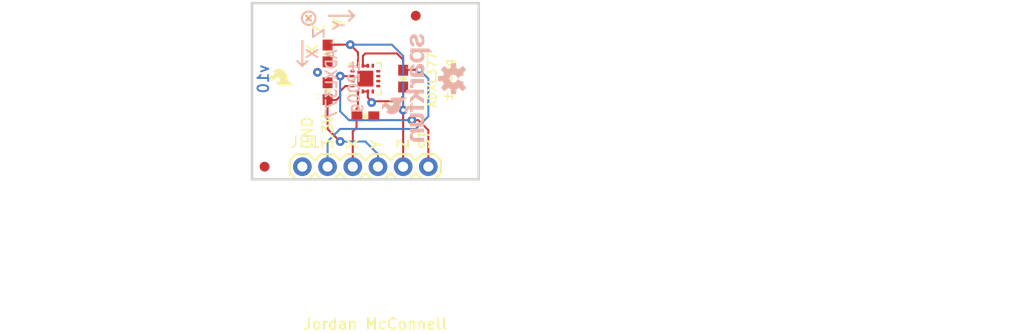
<source format=kicad_pcb>
(kicad_pcb (version 20211014) (generator pcbnew)
  (layers (0 "F.Cu" signal) (31 "B.Cu" signal) (34 "B.Paste" user) (35 "F.Paste" user) (36 "B.SilkS" user "B.Silkscreen") (37 "F.SilkS" user "F.Silkscreen") (38 "B.Mask" user) (39 "F.Mask" user) (44 "Edge.Cuts" user))
  (net 0 "")
  (net 1 "3.3V")
  (net 2 "GND")
  (net 3 "ST")
  (net 4 "X")
  (net 5 "Y")
  (net 6 "Z")
  (footprint "boardEagle:FIDUCIAL-1X2" (layer "F.Cu") (at 153.5811 97.3836)
    (fp_text reference "FID1" hide)
    (fp_text value "FIDUCIAL1X2" hide)
    (pad "1" smd roundrect (at 0 0) (size 1 1) (layers "F.Cu" "F.Mask") (roundrect_rratio 0.5))
  )
  (footprint "boardEagle:0603-CAP" (layer "F.Cu") (at 144.6911 101.1936 -90)
    (fp_text reference "C3" (at -0.889 -0.762 -90) (layer "F.SilkS") (effects (font (size 0.373888 0.373888) (thickness 0.032512)) (justify left bottom)))
    (fp_text value "10nF")
    (fp_line (start 0 -0.0305) (end 0 0.0305) (layer "F.SilkS") (width 0.5588))
    (pad "1" smd rect (at -0.85 0 270) (size 1.1 1) (layers "F.Cu" "F.Paste" "F.Mask") (net 6 "Z"))
    (pad "2" smd rect (at 0.85 0 270) (size 1.1 1) (layers "F.Cu" "F.Paste" "F.Mask") (net 2 "GND"))
  )
  (footprint "boardEagle:STAND-OFF" (layer "F.Cu") (at 139.6111 108.8136)
    (fp_text reference "STANDOFF2" hide)
    (fp_text value "STAND-OFF" hide)
    (pad "" np_thru_hole circle (at 0 0) (size 3.302 3.302) (drill 3.302) (layers *.Cu *.Mask))
  )
  (footprint "boardEagle:STAND-OFF" (layer "F.Cu") (at 139.6111 98.6536)
    (fp_text reference "STANDOFF3" hide)
    (fp_text value "STAND-OFF" hide)
    (pad "" np_thru_hole circle (at 0 0) (size 3.302 3.302) (drill 3.302) (layers *.Cu *.Mask))
  )
  (footprint "boardEagle:FIDUCIAL-1X2" (layer "F.Cu") (at 138.3411 112.6236)
    (fp_text reference "FID2" hide)
    (fp_text value "FIDUCIAL1X2" hide)
    (pad "1" smd roundrect (at 0 0) (size 1 1) (layers "F.Cu" "F.Mask") (roundrect_rratio 0.5))
  )
  (footprint "boardEagle:LFCSP_LQ-16" (layer "F.Cu") (at 148.5011 103.7336)
    (fp_text reference "U1" (at -1.15 -1.9) (layer "F.SilkS") (effects (font (size 0.373888 0.373888) (thickness 0.032512)) (justify left bottom)))
    (fp_text value "ADXL377")
    (fp_line (start 1.6 -1.6) (end 1.6 -1.1) (layer "F.SilkS") (width 0.15))
    (fp_line (start -1.6 -1.1) (end -1.6 -1.6) (layer "F.SilkS") (width 0.15))
    (fp_line (start -1.6 -1.6) (end -1.1 -1.6) (layer "F.SilkS") (width 0.15))
    (fp_line (start 1.6 1.6) (end 1.1 1.6) (layer "F.SilkS") (width 0.15))
    (fp_line (start -1.1 1.6) (end -1.6 1.6) (layer "F.SilkS") (width 0.15))
    (fp_line (start -1.6 1.6) (end -1.6 1.1) (layer "F.SilkS") (width 0.15))
    (fp_line (start 1.6 1.1) (end 1.6 1.6) (layer "F.SilkS") (width 0.15))
    (fp_line (start 1.1 -1.6) (end 1.6 -1.6) (layer "F.SilkS") (width 0.15))
    (fp_poly (pts (xy -1.6 -1.2) (xy -1.2 -1.2) (xy -1.2 -1.6) (xy -1.6 -1.6)) (layer "F.SilkS") (width 0) (fill solid))
    (pad "1" smd rect (at -1.3 -0.75) (size 0.4 0.25) (layers "F.Cu" "F.Paste" "F.Mask"))
    (pad "2" smd rect (at -1.3 -0.25) (size 0.4 0.25) (layers "F.Cu" "F.Paste" "F.Mask") (net 3 "ST"))
    (pad "3" smd rect (at -1.3 0.25) (size 0.4 0.25) (layers "F.Cu" "F.Paste" "F.Mask"))
    (pad "4" smd rect (at -1.3 0.75) (size 0.4 0.25) (layers "F.Cu" "F.Paste" "F.Mask") (net 5 "Y"))
    (pad "5" smd rect (at -0.75 1.3 90) (size 0.4 0.25) (layers "F.Cu" "F.Paste" "F.Mask") (net 4 "X"))
    (pad "6" smd rect (at -0.25 1.3 90) (size 0.4 0.25) (layers "F.Cu" "F.Paste" "F.Mask") (net 2 "GND"))
    (pad "7" smd rect (at 0.25 1.3 90) (size 0.4 0.25) (layers "F.Cu" "F.Paste" "F.Mask") (net 2 "GND"))
    (pad "8" smd rect (at 0.75 1.3 90) (size 0.4 0.25) (layers "F.Cu" "F.Paste" "F.Mask"))
    (pad "9" smd rect (at 1.3 0.75 180) (size 0.4 0.25) (layers "F.Cu" "F.Paste" "F.Mask"))
    (pad "10" smd rect (at 1.3 0.25 180) (size 0.4 0.25) (layers "F.Cu" "F.Paste" "F.Mask"))
    (pad "11" smd rect (at 1.3 -0.25 180) (size 0.4 0.25) (layers "F.Cu" "F.Paste" "F.Mask"))
    (pad "12" smd rect (at 1.3 -0.75 180) (size 0.4 0.25) (layers "F.Cu" "F.Paste" "F.Mask"))
    (pad "13" smd rect (at 0.75 -1.3 270) (size 0.4 0.25) (layers "F.Cu" "F.Paste" "F.Mask"))
    (pad "14" smd rect (at 0.25 -1.3 270) (size 0.4 0.25) (layers "F.Cu" "F.Paste" "F.Mask") (net 1 "3.3V"))
    (pad "15" smd rect (at -0.25 -1.3 270) (size 0.4 0.25) (layers "F.Cu" "F.Paste" "F.Mask") (net 1 "3.3V"))
    (pad "16" smd rect (at -0.75 -1.3 270) (size 0.4 0.25) (layers "F.Cu" "F.Paste" "F.Mask") (net 6 "Z"))
    (pad "EXP" smd rect (at 0 0) (size 1.6 1.6) (layers "F.Cu"))
  )
  (footprint "boardEagle:0603-CAP" (layer "F.Cu") (at 148.5011 107.5436)
    (fp_text reference "C1" (at -0.889 -0.762) (layer "F.SilkS") (effects (font (size 0.373888 0.373888) (thickness 0.032512)) (justify left bottom)))
    (fp_text value "10nF")
    (fp_line (start 0 -0.0305) (end 0 0.0305) (layer "F.SilkS") (width 0.5588))
    (pad "1" smd rect (at -0.85 0) (size 1.1 1) (layers "F.Cu" "F.Paste" "F.Mask") (net 4 "X"))
    (pad "2" smd rect (at 0.85 0) (size 1.1 1) (layers "F.Cu" "F.Paste" "F.Mask") (net 2 "GND"))
  )
  (footprint "boardEagle:0603-CAP" (layer "F.Cu") (at 144.6911 105.0036 90)
    (fp_text reference "C2" (at -0.889 -0.762 90) (layer "F.SilkS") (effects (font (size 0.373888 0.373888) (thickness 0.032512)) (justify left bottom)))
    (fp_text value "10nF")
    (fp_line (start 0 -0.0305) (end 0 0.0305) (layer "F.SilkS") (width 0.5588))
    (pad "1" smd rect (at -0.85 0 90) (size 1.1 1) (layers "F.Cu" "F.Paste" "F.Mask") (net 5 "Y"))
    (pad "2" smd rect (at 0.85 0 90) (size 1.1 1) (layers "F.Cu" "F.Paste" "F.Mask") (net 2 "GND"))
  )
  (footprint "boardEagle:CREATIVE_COMMONS" (layer "F.Cu") (at 131.9911 126.5936)
    (fp_text reference "FRAME1" hide)
    (fp_text value "FRAME-LETTER" hide)
  )
  (footprint "boardEagle:STAND-OFF" (layer "F.Cu") (at 157.3911 98.6536)
    (fp_text reference "STANDOFF1" hide)
    (fp_text value "STAND-OFF" hide)
    (pad "" np_thru_hole circle (at 0 0) (size 3.302 3.302) (drill 3.302) (layers *.Cu *.Mask))
  )
  (footprint "boardEagle:STAND-OFF" (layer "F.Cu") (at 157.3911 108.8136)
    (fp_text reference "STANDOFF4" hide)
    (fp_text value "STAND-OFF" hide)
    (pad "" np_thru_hole circle (at 0 0) (size 3.302 3.302) (drill 3.302) (layers *.Cu *.Mask))
  )
  (footprint "boardEagle:SFE_LOGO_FLAME_.1" (layer "F.Cu") (at 141.6431 104.7496 90)
    (fp_text reference "LOGO1" hide)
    (fp_text value "SFE_LOGO_FLAME.1_INCH" hide)
    (fp_poly (pts (xy 1.4 -2.87) (xy 1.54 -2.8) (xy 1.58 -2.77) (xy 1.59 -2.76) (xy 1.58 -2.76) (xy 1.56 -2.77) (xy 1.5 -2.77) (xy 1.46 -2.76) (xy 1.41 -2.75) (xy 1.37 -2.73) (xy 1.33 -2.7) (xy 1.31 -2.67) (xy 1.3 -2.65) (xy 1.29 -2.62) (xy 1.29 -2.56) (xy 1.3 -2.52) (xy 1.34 -2.46) (xy 1.4 -2.4) (xy 1.44 -2.37) (xy 1.47 -2.35) (xy 1.51 -2.33) (xy 1.59 -2.31) (xy 1.62 -2.31) (xy 1.65 -2.32) (xy 1.68 -2.35) (xy 1.69 -2.37) (xy 1.7 -2.4) (xy 1.7 -2.49) (xy 1.78 -2.44) (xy 1.86 -2.35) (xy 1.93 -2.24) (xy 1.98 -2.09) (xy 2.01 -1.93) (xy 2 -1.76) (xy 1.95 -1.57) (xy 1.85 -1.39) (xy 1.78 -1.3) (xy 1.7 -1.22) (xy 1.62 -1.15) (xy 1.52 -1.09) (xy 1.42 -1.05) (xy 1.31 -1.02) (xy 1.19 -1) (xy 1 -1) (xy 0.94 -0.99) (xy 0.84 -0.93) (xy 0.74 -0.83) (xy 0.62 -0.69) (xy 0.5 -0.57) (xy 0.45 -0.51) (xy 0.4 -0.46) (xy 0.37 -0.41) (xy 0.32 -0.36) (xy 0.32 -1.73) (xy 0.33 -1.81) (xy 0.35 -1.88) (xy 0.41 -1.98) (xy 0.46 -2.02) (xy 0.5 -2.05) (xy 0.55 -2.07) (xy 0.6 -2.08) (xy 0.66 -2.09) (xy 0.78 -2.09) (xy 0.82 -2.07) (xy 0.81 -2.06) (xy 0.77 -2.04) (xy 0.74 -2.03) (xy 0.68 -1.97) (xy 0.67 -1.94) (xy 0.67 -1.9) (xy 0.68 -1.87) (xy 0.7 -1.84) (xy 0.76 -1.78) (xy 0.81 -1.76) (xy 0.86 -1.75) (xy 0.94 -1.75) (xy 1.02 -1.77) (xy 1.08 -1.81) (xy 1.12 -1.86) (xy 1.14 -1.92) (xy 1.14 -1.99) (xy 1.11 -2.07) (xy 1.04 -2.14) (xy 0.96 -2.23) (xy 0.89 -2.31) (xy 0.84 -2.4) (xy 0.82 -2.49) (xy 0.82 -2.57) (xy 0.85 -2.66) (xy 0.9 -2.74) (xy 0.99 -2.81) (xy 1.1 -2.87) (xy 1.21 -2.89) (xy 1.31 -2.89)) (layer "F.SilkS") (width 0) (fill solid))
  )
  (footprint "boardEagle:1X06" (layer "F.Cu") (at 142.1511 112.6236)
    (fp_text reference "JP1" (at -1.3462 -1.8288) (layer "F.SilkS") (effects (font (size 1.143 1.143) (thickness 0.127)) (justify left bottom)))
    (fp_text value "")
    (fp_line (start 9.525 -1.27) (end 10.795 -1.27) (layer "F.SilkS") (width 0.2032))
    (fp_line (start 13.335 1.27) (end 12.065 1.27) (layer "F.SilkS") (width 0.2032))
    (fp_line (start 8.255 1.27) (end 6.985 1.27) (layer "F.SilkS") (width 0.2032))
    (fp_line (start 8.89 0.635) (end 8.255 1.27) (layer "F.SilkS") (width 0.2032))
    (fp_line (start 13.97 0.635) (end 13.335 1.27) (layer "F.SilkS") (width 0.2032))
    (fp_line (start 11.43 0.635) (end 10.795 1.27) (layer "F.SilkS") (width 0.2032))
    (fp_line (start 6.35 0.635) (end 6.985 1.27) (layer "F.SilkS") (width 0.2032))
    (fp_line (start 8.255 -1.27) (end 8.89 -0.635) (layer "F.SilkS") (width 0.2032))
    (fp_line (start 9.525 1.27) (end 8.89 0.635) (layer "F.SilkS") (width 0.2032))
    (fp_line (start 13.335 -1.27) (end 13.97 -0.635) (layer "F.SilkS") (width 0.2032))
    (fp_line (start 0.635 1.27) (end -0.635 1.27) (layer "F.SilkS") (width 0.2032))
    (fp_line (start 13.97 -0.635) (end 13.97 0.635) (layer "F.SilkS") (width 0.2032))
    (fp_line (start 6.35 0.635) (end 5.715 1.27) (layer "F.SilkS") (width 0.2032))
    (fp_line (start 1.905 1.27) (end 1.27 0.635) (layer "F.SilkS") (width 0.2032))
    (fp_line (start 3.81 0.635) (end 3.175 1.27) (layer "F.SilkS") (width 0.2032))
    (fp_line (start 10.795 -1.27) (end 11.43 -0.635) (layer "F.SilkS") (width 0.2032))
    (fp_line (start 4.445 -1.27) (end 5.715 -1.27) (layer "F.SilkS") (width 0.2032))
    (fp_line (start 8.89 -0.635) (end 9.525 -1.27) (layer "F.SilkS") (width 0.2032))
    (fp_line (start 0.635 -1.27) (end 1.27 -0.635) (layer "F.SilkS") (width 0.2032))
    (fp_line (start 12.065 -1.27) (end 13.335 -1.27) (layer "F.SilkS") (width 0.2032))
    (fp_line (start 3.175 -1.27) (end 3.81 -0.635) (layer "F.SilkS") (width 0.2032))
    (fp_line (start 4.445 1.27) (end 3.81 0.635) (layer "F.SilkS") (width 0.2032))
    (fp_line (start 1.27 0.635) (end 0.635 1.27) (layer "F.SilkS") (width 0.2032))
    (fp_line (start 3.175 1.27) (end 1.905 1.27) (layer "F.SilkS") (width 0.2032))
    (fp_line (start -1.27 -0.635) (end -1.27 0.635) (layer "F.SilkS") (width 0.2032))
    (fp_line (start 1.27 -0.635) (end 1.905 -1.27) (layer "F.SilkS") (width 0.2032))
    (fp_line (start 3.81 -0.635) (end 4.445 -1.27) (layer "F.SilkS") (width 0.2032))
    (fp_line (start 10.795 1.27) (end 9.525 1.27) (layer "F.SilkS") (width 0.2032))
    (fp_line (start -0.635 -1.27) (end -1.27 -0.635) (layer "F.SilkS") (width 0.2032))
    (fp_line (start -0.635 -1.27) (end 0.635 -1.27) (layer "F.SilkS") (width 0.2032))
    (fp_line (start 5.715 1.27) (end 4.445 1.27) (layer "F.SilkS") (width 0.2032))
    (fp_line (start 1.905 -1.27) (end 3.175 -1.27) (layer "F.SilkS") (width 0.2032))
    (fp_line (start 6.985 -1.27) (end 8.255 -1.27) (layer "F.SilkS") (width 0.2032))
    (fp_line (start -1.27 0.635) (end -0.635 1.27) (layer "F.SilkS") (width 0.2032))
    (fp_line (start 11.43 -0.635) (end 12.065 -1.27) (layer "F.SilkS") (width 0.2032))
    (fp_line (start 6.985 -1.27) (end 6.35 -0.635) (layer "F.SilkS") (width 0.2032))
    (fp_line (start 12.065 1.27) (end 11.43 0.635) (layer "F.SilkS") (width 0.2032))
    (fp_line (start 5.715 -1.27) (end 6.35 -0.635) (layer "F.SilkS") (width 0.2032))
    (pad "1" thru_hole circle (at 0 0 90) (size 1.8796 1.8796) (drill 1.016) (layers *.Cu *.Mask) (net 2 "GND"))
    (pad "2" thru_hole circle (at 2.54 0 90) (size 1.8796 1.8796) (drill 1.016) (layers *.Cu *.Mask) (net 1 "3.3V"))
    (pad "3" thru_hole circle (at 5.08 0 90) (size 1.8796 1.8796) (drill 1.016) (layers *.Cu *.Mask) (net 4 "X"))
    (pad "4" thru_hole circle (at 7.62 0 90) (size 1.8796 1.8796) (drill 1.016) (layers *.Cu *.Mask) (net 5 "Y"))
    (pad "5" thru_hole circle (at 10.16 0 90) (size 1.8796 1.8796) (drill 1.016) (layers *.Cu *.Mask) (net 6 "Z"))
    (pad "6" thru_hole circle (at 12.7 0 90) (size 1.8796 1.8796) (drill 1.016) (layers *.Cu *.Mask) (net 3 "ST"))
  )
  (footprint "boardEagle:0603-CAP" (layer "F.Cu") (at 152.3111 103.7336 -90)
    (fp_text reference "C4" (at -0.889 -0.762 -90) (layer "F.SilkS") (effects (font (size 0.373888 0.373888) (thickness 0.032512)) (justify left bottom)))
    (fp_text value "0.1uF")
    (fp_line (start 0 -0.0305) (end 0 0.0305) (layer "F.SilkS") (width 0.5588))
    (pad "1" smd rect (at -0.85 0 270) (size 1.1 1) (layers "F.Cu" "F.Paste" "F.Mask") (net 1 "3.3V"))
    (pad "2" smd rect (at 0.85 0 270) (size 1.1 1) (layers "F.Cu" "F.Paste" "F.Mask") (net 2 "GND"))
  )
  (footprint "boardEagle:SFE_LOGO_NAME_FLAME_.1" (layer "B.Cu") (at 155.3591 98.7806 -90)
    (fp_text reference "LOGO3" hide)
    (fp_text value "SFE_LOGO_NAME_FLAME.1_INCH" hide)
    (fp_poly (pts (xy 7.95 5.16) (xy 8.03 5.13) (xy 8.09 5.1) (xy 8.13 5.07) (xy 8.14 5.06) (xy 8.11 5.06) (xy 8.08 5.07) (xy 8.05 5.07) (xy 8.01 5.06) (xy 7.96 5.05) (xy 7.92 5.03) (xy 7.88 5) (xy 7.86 4.97) (xy 7.85 4.94) (xy 7.84 4.92) (xy 7.83 4.89) (xy 7.84 4.86) (xy 7.85 4.82) (xy 7.87 4.79) (xy 7.89 4.75) (xy 7.92 4.72) (xy 7.95 4.7) (xy 7.99 4.67) (xy 8.02 4.65) (xy 8.1 4.61) (xy 8.17 4.61) (xy 8.2 4.62) (xy 8.23 4.64) (xy 8.25 4.7) (xy 8.25 4.78) (xy 8.33 4.74) (xy 8.41 4.65) (xy 8.48 4.53) (xy 8.53 4.39) (xy 8.56 4.23) (xy 8.55 4.05) (xy 8.5 3.87) (xy 8.4 3.69) (xy 8.33 3.6) (xy 8.25 3.52) (xy 8.17 3.45) (xy 8.07 3.39) (xy 7.97 3.35) (xy 7.86 3.32) (xy 7.74 3.3) (xy 7.55 3.3) (xy 7.49 3.29) (xy 7.44 3.26) (xy 7.34 3.18) (xy 7.29 3.12) (xy 7.16 2.99) (xy 7.11 2.92) (xy 7.05 2.86) (xy 7 2.8) (xy 6.95 2.75) (xy 6.92 2.71) (xy 6.89 2.68) (xy 6.87 2.65) (xy 6.86 2.65) (xy 6.86 3.93) (xy 6.88 4.11) (xy 6.9 4.17) (xy 6.93 4.23) (xy 6.96 4.28) (xy 7.01 4.31) (xy 7.05 4.34) (xy 7.15 4.38) (xy 7.21 4.39) (xy 7.29 4.39) (xy 7.33 4.38) (xy 7.35 4.38) (xy 7.37 4.37) (xy 7.36 4.36) (xy 7.32 4.34) (xy 7.29 4.33) (xy 7.25 4.29) (xy 7.23 4.26) (xy 7.22 4.23) (xy 7.22 4.2) (xy 7.23 4.17) (xy 7.25 4.13) (xy 7.28 4.1) (xy 7.31 4.08) (xy 7.36 4.06) (xy 7.41 4.05) (xy 7.49 4.05) (xy 7.57 4.07) (xy 7.63 4.11) (xy 7.67 4.16) (xy 7.69 4.22) (xy 7.69 4.29) (xy 7.66 4.36) (xy 7.59 4.44) (xy 7.51 4.53) (xy 7.44 4.61) (xy 7.39 4.7) (xy 7.37 4.79) (xy 7.37 4.87) (xy 7.4 4.96) (xy 7.45 5.03) (xy 7.54 5.11) (xy 7.65 5.17) (xy 7.76 5.19) (xy 7.86 5.19)) (layer "B.SilkS") (width 0) (fill solid))
    (fp_poly (pts (xy 4.23 1.58) (xy 4.21 1.57) (xy 4.19 1.57) (xy 4.16 1.56) (xy 4.12 1.56) (xy 4.09 1.55) (xy 4.05 1.55) (xy 4.03 1.54) (xy 4.01 1.54) (xy 3.93 1.75) (xy 4.11 1.77) (xy 4.18 1.78)) (layer "B.SilkS") (width 0) (fill solid))
    (fp_poly (pts (xy 6.45 1.85) (xy 6.94 2.36) (xy 7.4 2.36) (xy 6.87 1.84) (xy 7.46 0.94) (xy 6.99 0.94) (xy 6.6 1.57) (xy 6.45 1.43) (xy 6.45 0.94) (xy 6.06 0.94) (xy 6.06 2.68) (xy 6.45 2.89)) (layer "B.SilkS") (width 0) (fill solid))
    (fp_poly (pts (xy 8.37 2.88) (xy 8.37 2.6) (xy 8.2 2.6) (xy 8.16 2.59) (xy 8.12 2.57) (xy 8.1 2.54) (xy 8.09 2.52) (xy 8.09 2.48) (xy 8.08 2.44) (xy 8.08 2.36) (xy 8.35 2.36) (xy 8.35 2.1) (xy 8.08 2.1) (xy 8.08 0.94) (xy 7.7 0.94) (xy 7.7 2.1) (xy 7.31 2.1) (xy 7.35 2.13) (xy 7.51 2.29) (xy 7.55 2.32) (xy 7.58 2.36) (xy 7.7 2.36) (xy 7.7 2.56) (xy 7.73 2.64) (xy 7.76 2.71) (xy 7.81 2.77) (xy 7.88 2.82) (xy 7.96 2.86) (xy 8.06 2.89) (xy 8.35 2.89)) (layer "B.SilkS") (width 0) (fill solid))
    (fp_poly (pts (xy 3.34 1.63) (xy 3.33 1.49) (xy 3.3 1.36) (xy 3.25 1.24) (xy 2.91 1.4) (xy 2.94 1.48) (xy 2.95 1.56) (xy 2.95 1.64)) (layer "B.SilkS") (width 0) (fill solid))
    (fp_poly (pts (xy 10.95 2.38) (xy 11.06 2.35) (xy 11.15 2.3) (xy 11.22 2.23) (xy 11.27 2.15) (xy 11.3 2.05) (xy 11.32 1.94) (xy 11.33 1.81) (xy 11.33 0.94) (xy 10.94 0.94) (xy 10.94 1.74) (xy 10.93 1.82) (xy 10.92 1.89) (xy 10.91 1.95) (xy 10.88 2) (xy 10.85 2.04) (xy 10.8 2.07) (xy 10.75 2.08) (xy 10.69 2.09) (xy 10.61 2.08) (xy 10.55 2.07) (xy 10.5 2.04) (xy 10.46 1.99) (xy 10.43 1.94) (xy 10.4 1.87) (xy 10.39 1.78) (xy 10.39 0.94) (xy 10 0.94) (xy 10 2.36) (xy 10.37 2.36) (xy 10.37 2.16) (xy 10.38 2.16) (xy 10.42 2.22) (xy 10.46 2.26) (xy 10.51 2.3) (xy 10.57 2.34) (xy 10.69 2.38) (xy 10.75 2.39) (xy 10.81 2.39)) (layer "B.SilkS") (width 0) (fill solid))
    (fp_poly (pts (xy 1.31 2.37) (xy 1.41 2.34) (xy 1.5 2.3) (xy 1.58 2.24) (xy 1.64 2.16) (xy 1.69 2.06) (xy 1.71 1.94) (xy 1.34 1.94) (xy 1.33 1.99) (xy 1.31 2.04) (xy 1.29 2.07) (xy 1.26 2.09) (xy 1.22 2.11) (xy 1.17 2.13) (xy 1 2.13) (xy 0.97 2.12) (xy 0.93 2.11) (xy 0.9 2.1) (xy 0.86 2.04) (xy 0.86 2) (xy 0.87 1.96) (xy 0.9 1.92) (xy 0.94 1.89) (xy 1 1.86) (xy 1.06 1.84) (xy 1.14 1.83) (xy 1.38 1.77) (xy 1.47 1.75) (xy 1.61 1.67) (xy 1.67 1.62) (xy 1.71 1.56) (xy 1.74 1.49) (xy 1.75 1.4) (xy 1.73 1.27) (xy 1.69 1.16) (xy 1.63 1.08) (xy 1.55 1.01) (xy 1.45 0.96) (xy 1.34 0.93) (xy 1.22 0.91) (xy 1.1 0.9) (xy 0.98 0.91) (xy 0.86 0.93) (xy 0.75 0.96) (xy 0.65 1.01) (xy 0.57 1.08) (xy 0.5 1.17) (xy 0.46 1.27) (xy 0.44 1.4) (xy 0.81 1.4) (xy 0.81 1.34) (xy 0.83 1.29) (xy 0.86 1.25) (xy 0.94 1.19) (xy 1 1.18) (xy 1.05 1.17) (xy 1.11 1.16) (xy 1.15 1.17) (xy 1.19 1.17) (xy 1.23 1.18) (xy 1.27 1.2) (xy 1.31 1.23) (xy 1.34 1.26) (xy 1.36 1.34) (xy 1.35 1.38) (xy 1.33 1.42) (xy 1.29 1.45) (xy 1.24 1.48) (xy 1.18 1.5) (xy 1.02 1.54) (xy 0.92 1.56) (xy 0.83 1.58) (xy 0.75 1.61) (xy 0.68 1.64) (xy 0.61 1.68) (xy 0.55 1.72) (xy 0.51 1.78) (xy 0.48 1.85) (xy 0.47 1.94) (xy 0.48 2.06) (xy 0.52 2.16) (xy 0.59 2.24) (xy 0.66 2.3) (xy 0.76 2.35) (xy 0.86 2.37) (xy 0.97 2.39) (xy 1.2 2.39)) (layer "B.SilkS") (width 0) (fill solid))
    (fp_poly (pts (xy 2.85 2.38) (xy 2.99 2.33) (xy 3.1 2.26) (xy 3.19 2.16) (xy 3.26 2.05) (xy 3.3 1.92) (xy 3.33 1.78) (xy 3.34 1.63) (xy 2.95 1.64) (xy 2.95 1.73) (xy 2.94 1.81) (xy 2.91 1.89) (xy 2.88 1.96) (xy 2.83 2.02) (xy 2.77 2.06) (xy 2.7 2.09) (xy 2.61 2.1) (xy 2.53 2.09) (xy 2.45 2.06) (xy 2.4 2.02) (xy 2.35 1.96) (xy 2.32 1.89) (xy 2.29 1.81) (xy 2.28 1.73) (xy 2.28 1.56) (xy 2.32 1.4) (xy 2.35 1.33) (xy 2.4 1.28) (xy 2.46 1.23) (xy 2.53 1.21) (xy 2.62 1.2) (xy 2.7 1.21) (xy 2.78 1.23) (xy 2.84 1.28) (xy 2.88 1.33) (xy 2.91 1.4) (xy 3.25 1.24) (xy 3.19 1.13) (xy 3.1 1.04) (xy 2.99 0.96) (xy 2.87 0.92) (xy 2.72 0.9) (xy 2.54 0.93) (xy 2.48 0.96) (xy 2.38 1.02) (xy 2.3 1.12) (xy 2.29 1.12) (xy 2.29 0.1) (xy 2.2 0.19) (xy 2.05 0.31) (xy 1.96 0.4) (xy 1.91 0.44) (xy 1.91 2.29) (xy 1.95 2.3) (xy 2 2.31) (xy 2.05 2.31) (xy 2.09 2.32) (xy 2.14 2.33) (xy 2.18 2.34) (xy 2.28 2.36) (xy 2.28 2.18) (xy 2.32 2.23) (xy 2.36 2.27) (xy 2.41 2.31) (xy 2.51 2.37) (xy 2.63 2.39) (xy 2.7 2.39)) (layer "B.SilkS") (width 0) (fill solid))
    (fp_poly (pts (xy 5.9 2.38) (xy 5.91 2.38) (xy 5.91 2.02) (xy 5.9 2.02) (xy 5.88 2.03) (xy 5.77 2.03) (xy 5.67 2.02) (xy 5.59 2) (xy 5.52 1.96) (xy 5.47 1.9) (xy 5.43 1.83) (xy 5.41 1.76) (xy 5.39 1.67) (xy 5.39 0.94) (xy 5 0.94) (xy 5 2.29) (xy 5.05 2.3) (xy 5.09 2.31) (xy 5.14 2.31) (xy 5.19 2.32) (xy 5.23 2.33) (xy 5.33 2.35) (xy 5.37 2.36) (xy 5.37 2.09) (xy 5.41 2.16) (xy 5.45 2.21) (xy 5.5 2.27) (xy 5.55 2.31) (xy 5.62 2.35) (xy 5.68 2.37) (xy 5.75 2.39) (xy 5.89 2.39)) (layer "B.SilkS") (width 0) (fill solid))
    (fp_poly (pts (xy 8.85 1.56) (xy 8.87 1.4) (xy 8.88 1.34) (xy 8.94 1.26) (xy 8.99 1.23) (xy 9.04 1.22) (xy 9.1 1.21) (xy 9.18 1.22) (xy 9.24 1.23) (xy 9.29 1.26) (xy 9.33 1.3) (xy 9.36 1.36) (xy 9.39 1.43) (xy 9.4 1.51) (xy 9.4 2.36) (xy 9.79 2.36) (xy 9.79 0.94) (xy 9.42 0.94) (xy 9.42 1.14) (xy 9.41 1.14) (xy 9.37 1.08) (xy 9.33 1.03) (xy 9.28 0.99) (xy 9.22 0.96) (xy 9.17 0.94) (xy 9.11 0.92) (xy 9.04 0.91) (xy 8.98 0.9) (xy 8.84 0.91) (xy 8.73 0.95) (xy 8.64 1) (xy 8.57 1.06) (xy 8.52 1.15) (xy 8.49 1.25) (xy 8.47 1.36) (xy 8.47 2.36) (xy 8.85 2.36)) (layer "B.SilkS") (width 0) (fill solid))
    (fp_poly (pts (xy 4.32 2.38) (xy 4.38 2.38) (xy 4.43 2.37) (xy 4.48 2.35) (xy 4.53 2.34) (xy 4.58 2.32) (xy 4.7 2.23) (xy 4.73 2.19) (xy 4.75 2.15) (xy 4.77 2.1) (xy 4.78 2.05) (xy 4.78 1.18) (xy 4.79 1.16) (xy 4.79 1.07) (xy 4.8 1.05) (xy 4.8 1.03) (xy 4.81 1.01) (xy 4.81 0.98) (xy 4.82 0.96) (xy 4.83 0.95) (xy 4.83 0.94) (xy 4.44 0.94) (xy 4.44 0.95) (xy 4.43 0.96) (xy 4.43 0.97) (xy 4.42 0.98) (xy 4.42 1.01) (xy 4.41 1.02) (xy 4.41 1.08) (xy 4.39 1.05) (xy 4.36 1.03) (xy 4.34 1.01) (xy 4.31 0.99) (xy 4.28 0.98) (xy 4.25 0.96) (xy 4.13 0.92) (xy 4.1 0.92) (xy 4.07 0.91) (xy 4.03 0.91) (xy 4 0.9) (xy 3.89 0.9) (xy 3.84 0.91) (xy 3.79 0.91) (xy 3.75 0.92) (xy 3.7 0.94) (xy 3.66 0.96) (xy 3.63 0.98) (xy 3.59 1) (xy 3.56 1.03) (xy 3.54 1.06) (xy 3.51 1.1) (xy 3.49 1.13) (xy 3.48 1.18) (xy 3.46 1.22) (xy 3.46 1.27) (xy 3.45 1.32) (xy 3.47 1.43) (xy 3.5 1.52) (xy 3.54 1.59) (xy 3.61 1.65) (xy 3.68 1.69) (xy 3.76 1.72) (xy 3.84 1.74) (xy 3.93 1.75) (xy 4.01 1.54) (xy 3.98 1.53) (xy 3.96 1.52) (xy 3.95 1.51) (xy 3.91 1.49) (xy 3.9 1.48) (xy 3.88 1.47) (xy 3.85 1.41) (xy 3.85 1.39) (xy 3.84 1.37) (xy 3.84 1.32) (xy 3.85 1.29) (xy 3.85 1.27) (xy 3.86 1.25) (xy 3.87 1.24) (xy 3.88 1.22) (xy 3.9 1.21) (xy 3.91 1.2) (xy 3.95 1.18) (xy 3.97 1.18) (xy 3.99 1.17) (xy 4.01 1.17) (xy 4.03 1.16) (xy 4.08 1.16) (xy 4.13 1.17) (xy 4.18 1.17) (xy 4.22 1.19) (xy 4.26 1.2) (xy 4.29 1.22) (xy 4.31 1.24) (xy 4.33 1.27) (xy 4.35 1.29) (xy 4.37 1.35) (xy 4.38 1.37) (xy 4.39 1.4) (xy 4.39 1.63) (xy 4.37 1.61) (xy 4.35 1.61) (xy 4.31 1.59) (xy 4.29 1.59) (xy 4.27 1.58) (xy 4.23 1.58) (xy 4.18 1.78) (xy 4.25 1.8) (xy 4.31 1.82) (xy 4.36 1.85) (xy 4.39 1.89) (xy 4.39 2) (xy 4.36 2.06) (xy 4.35 2.07) (xy 4.34 2.09) (xy 4.28 2.12) (xy 4.26 2.12) (xy 4.24 2.13) (xy 4.06 2.13) (xy 3.96 2.08) (xy 3.92 2.04) (xy 3.91 2.02) (xy 3.9 1.99) (xy 3.89 1.97) (xy 3.89 1.92) (xy 3.5 1.92) (xy 3.52 2.04) (xy 3.54 2.1) (xy 3.57 2.14) (xy 3.6 2.19) (xy 3.63 2.23) (xy 3.67 2.26) (xy 3.77 2.32) (xy 3.82 2.34) (xy 3.87 2.35) (xy 3.93 2.37) (xy 3.99 2.38) (xy 4.04 2.39) (xy 4.27 2.39)) (layer "B.SilkS") (width 0) (fill solid))
  )
  (footprint "boardEagle:OSHW-LOGO-S" (layer "B.Cu") (at 157.3911 103.7336 -90)
    (fp_text reference "LOGO2" hide)
    (fp_text value "OSHW-LOGOS" hide)
    (fp_poly (pts (xy 0.301647 1.061351) (xy 0.42347 1.022344) (xy 0.537177 0.963769) (xy 0.92862 1.282946) (xy 1.282946 0.92862) (xy 0.961035 0.533823) (xy 1.057046 0.302084) (xy 1.5638 0.250561) (xy 1.5638 -0.250561) (xy 1.057046 -0.302084) (xy 0.961035 -0.533823) (xy 1.282946 -0.92862) (xy 0.92862 -1.282946) (xy 0.537177 -0.96377) (xy 0.356601 -1.056794) (xy 0.088679 -0.410073) (xy 0.326262 -0.2176) (xy 0.373649 -0.121468) (xy 0.392729 -0.010339) (xy 0.379464 0.101634) (xy 0.334947 0.205229) (xy 0.262842 0.291918) (xy 0.169087 0.354561) (xy 0.061406 0.387999) (xy -0.051342 0.38948) (xy -0.159868 0.358881) (xy -0.255234 0.298724) (xy -0.329589 0.213962) (xy -0.376813 0.111569) (xy -0.392176 0.005767) (xy -0.322923 -0.222565) (xy -0.249312 -0.303773) (xy 0.091677 -0.5081) (xy -0.12929 -0.5081) (xy -0.355332 -1.053732) (xy -0.506597 -0.983577) (xy -0.538922 -0.965192) (xy -0.92862 -1.282946) (xy -1.282946 -0.92862) (xy -0.961035 -0.533823) (xy -1.057046 -0.302084) (xy -1.5638 -0.250561) (xy -1.5638 0.250561) (xy -1.057046 0.302084) (xy -0.961035 0.533823) (xy -1.282946 0.92862) (xy -0.92862 1.282946) (xy -0.533823 0.961035) (xy -0.302084 1.057046) (xy -0.250561 1.5638) (xy 0.250561 1.5638)) (layer "B.SilkS") (width 0) (fill solid))
  )
  (gr_line (start 142.1511 102.4636) (end 141.6431 101.9556) (layer "B.SilkS") (width 0.2032))
  (gr_line (start 142.6591 101.9556) (end 142.1511 102.4636) (layer "B.SilkS") (width 0.2032))
  (gr_line (start 142.1511 99.9236) (end 142.1511 102.4636) (layer "B.SilkS") (width 0.2032))
  (gr_line (start 143.0401 97.3836) (end 142.5321 97.8916) (layer "B.SilkS") (width 0.2032))
  (gr_line (start 147.3581 97.3836) (end 146.8501 97.8916) (layer "B.SilkS") (width 0.2032))
  (gr_line (start 144.8181 97.3836) (end 147.3581 97.3836) (layer "B.SilkS") (width 0.2032))
  (gr_circle (center 142.7861 97.6376) (end 143.470015 97.6376) (layer "B.SilkS") (width 0.2032) (fill none))
  (gr_line (start 143.0401 97.8916) (end 142.5321 97.3836) (layer "B.SilkS") (width 0.2032))
  (gr_line (start 146.8501 96.8756) (end 147.3581 97.3836) (layer "B.SilkS") (width 0.2032))
  (gr_line (start 147.3581 97.3836) (end 146.8501 97.8916) (layer "F.SilkS") (width 0.2032))
  (gr_line (start 142.6591 101.9556) (end 142.1511 102.4636) (layer "F.SilkS") (width 0.2032))
  (gr_circle (center 142.7861 97.6376) (end 142.9385 97.6376) (layer "F.SilkS") (width 0.3048) (fill none))
  (gr_line (start 146.8501 96.8756) (end 147.3581 97.3836) (layer "F.SilkS") (width 0.2032))
  (gr_line (start 142.1511 102.4636) (end 141.6431 101.9556) (layer "F.SilkS") (width 0.2032))
  (gr_line (start 142.1511 99.9236) (end 142.1511 102.4636) (layer "F.SilkS") (width 0.2032))
  (gr_line (start 144.8181 97.3836) (end 147.3581 97.3836) (layer "F.SilkS") (width 0.2032))
  (gr_line (start 147.3581 97.3836) (end 146.8501 96.8756) (layer "F.SilkS") (width 0.2032))
  (gr_line (start 142.1511 102.4636) (end 142.6591 101.9556) (layer "F.SilkS") (width 0.2032))
  (gr_circle (center 142.7861 97.6376) (end 143.470015 97.6376) (layer "F.SilkS") (width 0.2032) (fill none))
  (gr_line (start 137.0711 113.8936) (end 159.9311 113.8936) (layer "Edge.Cuts") (width 0.254))
  (gr_line (start 137.0711 96.1136) (end 137.0711 113.8936) (layer "Edge.Cuts") (width 0.254))
  (gr_line (start 159.9311 96.1136) (end 137.0711 96.1136) (layer "Edge.Cuts") (width 0.254))
  (gr_line (start 159.9311 113.8936) (end 159.9311 96.1136) (layer "Edge.Cuts") (width 0.254))
  (gr_text "v10" (at 138.8491 102.2096 -270) (layer "B.Cu") (effects (font (size 1.0795 1.0795) (thickness 0.1905)) (justify left bottom mirror)))
  (gr_text "X" (at 143.8021 100.5586 -270) (layer "B.SilkS") (effects (font (size 1.0795 1.0795) (thickness 0.1905)) (justify left bottom mirror)))
  (gr_text "ADXL377" (at 145.7071 100.6856 -270) (layer "B.SilkS") (effects (font (size 1.0795 1.0795) (thickness 0.1905)) (justify left bottom mirror)))
  (gr_text "Y" (at 146.4691 97.7646 -270) (layer "B.SilkS") (effects (font (size 1.0795 1.0795) (thickness 0.1905)) (justify left bottom mirror)))
  (gr_text "Z" (at 144.4371 98.5266 -270) (layer "B.SilkS") (effects (font (size 1.0795 1.0795) (thickness 0.1905)) (justify left bottom mirror)))
  (gr_text "±200g" (at 147.9931 101.7016 -270) (layer "B.SilkS") (effects (font (size 1.0795 1.0795) (thickness 0.1905)) (justify left bottom mirror)))
  (gr_text "X" (at 143.8021 101.4476 90) (layer "F.SilkS") (effects (font (size 1.0795 1.0795) (thickness 0.1905)) (justify left bottom)))
  (gr_text "3.3V" (at 145.3261 110.9726 90) (layer "F.SilkS") (effects (font (size 1.0795 1.0795) (thickness 0.1905)) (justify left bottom)))
  (gr_text "Z" (at 144.4371 99.4156 90) (layer "F.SilkS") (effects (font (size 1.0795 1.0795) (thickness 0.1905)) (justify left bottom)))
  (gr_text "X" (at 147.8661 110.9726 90) (layer "F.SilkS") (effects (font (size 1.0795 1.0795) (thickness 0.1905)) (justify left bottom)))
  (gr_text "Y" (at 150.2791 110.9726 90) (layer "F.SilkS") (effects (font (size 1.0795 1.0795) (thickness 0.1905)) (justify left bottom)))
  (gr_text "±200g" (at 157.3911 106.1466 90) (layer "F.SilkS") (effects (font (size 0.8636 0.8636) (thickness 0.1524)) (justify left bottom)))
  (gr_text "GND" (at 143.2941 110.9726 90) (layer "F.SilkS") (effects (font (size 1.0795 1.0795) (thickness 0.1905)) (justify left bottom)))
  (gr_text "ST" (at 155.1051 110.9726 90) (layer "F.SilkS") (effects (font (size 1.0795 1.0795) (thickness 0.1905)) (justify left bottom)))
  (gr_text "Y" (at 146.4691 98.6536 90) (layer "F.SilkS") (effects (font (size 1.0795 1.0795) (thickness 0.1905)) (justify left bottom)))
  (gr_text "Jordan McConnell" (at 142.1511 129.1336) (layer "F.SilkS") (effects (font (size 1.0795 1.0795) (thickness 0.1905)) (justify left bottom)))
  (gr_text "Z" (at 152.9461 110.9726 90) (layer "F.SilkS") (effects (font (size 1.0795 1.0795) (thickness 0.1905)) (justify left bottom)))
  (gr_text "ADXL377" (at 155.7401 106.7816 90) (layer "F.SilkS") (effects (font (size 0.8636 0.8636) (thickness 0.1524)) (justify left bottom)))
  (segment (start 148.5011 101.1936) (end 151.6761 101.1936) (width 0.2032) (layer "F.Cu") (net 1))
  (segment (start 148.2511 102.4336) (end 148.2511 101.4436) (width 0.2032) (layer "F.Cu") (net 1))
  (segment (start 148.7511 102.4336) (end 148.2511 102.4336) (width 0.2032) (layer "F.Cu") (net 1))
  (segment (start 151.6761 101.1936) (end 152.3111 101.8286) (width 0.2032) (layer "F.Cu") (net 1))
  (segment (start 152.3111 101.8286) (end 152.3111 102.8836) (width 0.2032) (layer "F.Cu") (net 1))
  (segment (start 148.2511 101.4436) (end 148.5011 101.1936) (width 0.2032) (layer "F.Cu") (net 1))
  (segment (start 153.9621 102.8446) (end 152.3501 102.8446) (width 0.2032) (layer "F.Cu") (net 1))
  (segment (start 152.3501 102.8446) (end 152.3111 102.8836) (width 0.2032) (layer "F.Cu") (net 1))
  (via (at 153.9621 102.8446) (size 0.889) (drill 0.381) (layers "F.Cu" "B.Cu") (net 1))
  (segment (start 144.6911 110.0836) (end 145.9611 108.8136) (width 0.2032) (layer "B.Cu") (net 1))
  (segment (start 154.8511 103.7336) (end 153.9621 102.8446) (width 0.2032) (layer "B.Cu") (net 1))
  (segment (start 153.5811 108.8136) (end 154.8511 107.5436) (width 0.2032) (layer "B.Cu") (net 1))
  (segment (start 145.9611 108.8136) (end 153.5811 108.8136) (width 0.2032) (layer "B.Cu") (net 1))
  (segment (start 144.6911 112.6236) (end 144.6911 110.0836) (width 0.2032) (layer "B.Cu") (net 1))
  (segment (start 154.8511 107.5436) (end 154.8511 103.7336) (width 0.2032) (layer "B.Cu") (net 1))
  (segment (start 148.7511 105.6346) (end 149.1361 106.0196) (width 0.2032) (layer "F.Cu") (net 2))
  (segment (start 149.1361 106.0196) (end 151.8031 106.0196) (width 0.2032) (layer "F.Cu") (net 2))
  (segment (start 152.3111 105.5116) (end 152.3111 104.5836) (width 0.2032) (layer "F.Cu") (net 2))
  (segment (start 148.2511 105.0336) (end 148.7511 105.0336) (width 0.2032) (layer "F.Cu") (net 2))
  (segment (start 151.8031 106.0196) (end 152.3111 105.5116) (width 0.2032) (layer "F.Cu") (net 2))
  (segment (start 148.7511 105.0336) (end 148.7511 105.6346) (width 0.2032) (layer "F.Cu") (net 2))
  (via (at 149.1361 106.1466) (size 0.889) (drill 0.381) (layers "F.Cu" "B.Cu") (net 2))
  (via (at 143.6751 103.0986) (size 0.889) (drill 0.381) (layers "F.Cu" "B.Cu") (net 2))
  (segment (start 153.2001 107.9246) (end 153.8351 107.9246) (width 0.2032) (layer "F.Cu") (net 3))
  (segment (start 154.8511 108.9406) (end 154.8511 112.6236) (width 0.2032) (layer "F.Cu") (net 3))
  (segment (start 145.9651 103.4836) (end 145.9611 103.4796) (width 0.2032) (layer "F.Cu") (net 3))
  (segment (start 147.2011 103.4836) (end 145.9651 103.4836) (width 0.2032) (layer "F.Cu") (net 3))
  (segment (start 153.8351 107.9246) (end 154.8511 108.9406) (width 0.2032) (layer "F.Cu") (net 3))
  (via (at 145.9611 103.4796) (size 0.889) (drill 0.381) (layers "F.Cu" "B.Cu") (net 3))
  (via (at 153.2001 107.9246) (size 0.889) (drill 0.381) (layers "F.Cu" "B.Cu") (net 3))
  (segment (start 146.8501 107.9246) (end 153.2001 107.9246) (width 0.2032) (layer "B.Cu") (net 3))
  (segment (start 145.9611 107.0356) (end 146.8501 107.9246) (width 0.2032) (layer "B.Cu") (net 3))
  (segment (start 145.9611 103.4796) (end 145.9611 107.0356) (width 0.2032) (layer "B.Cu") (net 3))
  (segment (start 147.6121 107.5826) (end 147.6511 107.5436) (width 0.2032) (layer "F.Cu") (net 4))
  (segment (start 147.6121 108.6866) (end 147.6121 107.5826) (width 0.2032) (layer "F.Cu") (net 4))
  (segment (start 147.7511 106.6426) (end 147.6121 106.7816) (width 0.2032) (layer "F.Cu") (net 4))
  (segment (start 147.6121 107.5046) (end 147.6511 107.5436) (width 0.2032) (layer "F.Cu") (net 4))
  (segment (start 147.6121 106.7816) (end 147.6121 107.5046) (width 0.2032) (layer "F.Cu") (net 4))
  (segment (start 147.7511 105.0336) (end 147.7511 106.6426) (width 0.2032) (layer "F.Cu") (net 4))
  (segment (start 147.2311 112.6236) (end 147.2311 109.0676) (width 0.2032) (layer "F.Cu") (net 4))
  (segment (start 147.2311 109.0676) (end 147.6121 108.6866) (width 0.2032) (layer "F.Cu") (net 4))
  (segment (start 147.2011 104.4836) (end 146.4811 104.4836) (width 0.2032) (layer "F.Cu") (net 5))
  (segment (start 144.6911 108.8136) (end 144.6911 105.8536) (width 0.2032) (layer "F.Cu") (net 5))
  (segment (start 144.7301 105.8926) (end 144.6911 105.8536) (width 0.2032) (layer "F.Cu") (net 5))
  (segment (start 145.9611 105.5116) (end 145.5801 105.8926) (width 0.2032) (layer "F.Cu") (net 5))
  (segment (start 146.4811 104.4836) (end 145.9611 105.0036) (width 0.2032) (layer "F.Cu") (net 5))
  (segment (start 145.9611 110.0836) (end 144.6911 108.8136) (width 0.2032) (layer "F.Cu") (net 5))
  (segment (start 145.5801 105.8926) (end 144.7301 105.8926) (width 0.2032) (layer "F.Cu") (net 5))
  (segment (start 145.9611 105.0036) (end 145.9611 105.5116) (width 0.2032) (layer "F.Cu") (net 5))
  (via (at 145.9611 110.0836) (size 0.889) (drill 0.381) (layers "F.Cu" "B.Cu") (net 5))
  (segment (start 148.5011 110.0836) (end 145.9611 110.0836) (width 0.2032) (layer "B.Cu") (net 5))
  (segment (start 149.7711 111.3536) (end 148.5011 110.0836) (width 0.2032) (layer "B.Cu") (net 5))
  (segment (start 149.7711 112.6236) (end 149.7711 111.3536) (width 0.2032) (layer "B.Cu") (net 5))
  (segment (start 145.9611 100.3046) (end 144.7301 100.3046) (width 0.2032) (layer "F.Cu") (net 6))
  (segment (start 144.7301 100.3046) (end 144.6911 100.3436) (width 0.2032) (layer "F.Cu") (net 6))
  (segment (start 147.7511 102.4336) (end 147.7511 101.0786) (width 0.2032) (layer "F.Cu") (net 6))
  (segment (start 145.9611 100.3046) (end 144.7301 100.3046) (width 0.2032) (layer "F.Cu") (net 6))
  (segment (start 147.7511 101.0786) (end 146.9771 100.3046) (width 0.2032) (layer "F.Cu") (net 6))
  (segment (start 146.9771 100.3046) (end 145.9611 100.3046) (width 0.2032) (layer "F.Cu") (net 6))
  (segment (start 152.3111 112.6236) (end 152.3111 106.9086) (width 0.2032) (layer "F.Cu") (net 6))
  (segment (start 144.7301 100.3046) (end 144.6911 100.3436) (width 0.2032) (layer "F.Cu") (net 6))
  (via (at 146.9771 100.3046) (size 0.889) (drill 0.381) (layers "F.Cu" "B.Cu") (net 6))
  (via (at 152.3111 106.9086) (size 0.889) (drill 0.381) (layers "F.Cu" "B.Cu") (net 6))
  (segment (start 152.3111 101.4476) (end 151.1681 100.3046) (width 0.2032) (layer "B.Cu") (net 6))
  (segment (start 152.3111 106.9086) (end 152.3111 101.4476) (width 0.2032) (layer "B.Cu") (net 6))
  (segment (start 151.1681 100.3046) (end 146.9771 100.3046) (width 0.2032) (layer "B.Cu") (net 6))
)
</source>
